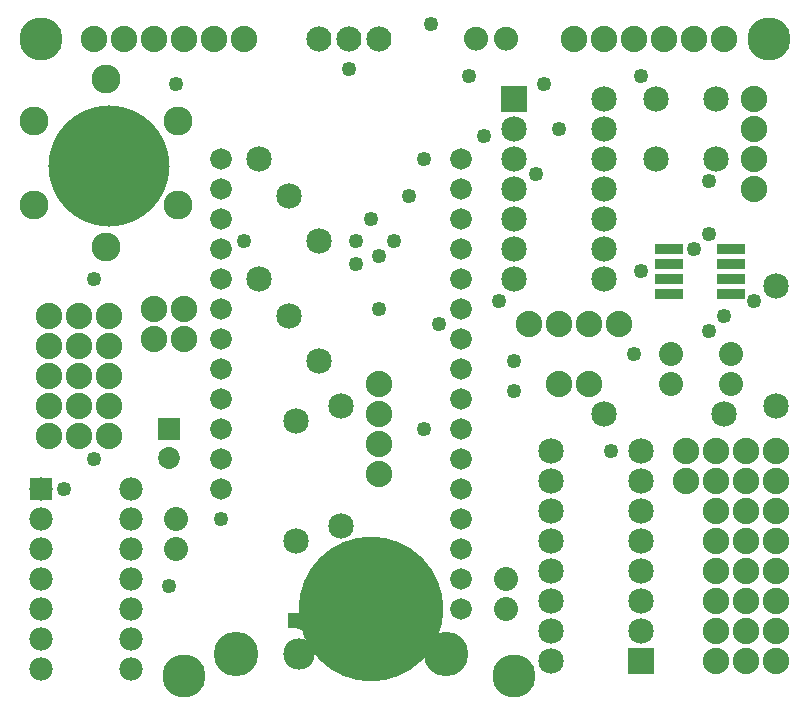
<source format=gts>
G04 MADE WITH FRITZING*
G04 WWW.FRITZING.ORG*
G04 DOUBLE SIDED*
G04 HOLES PLATED*
G04 CONTOUR ON CENTER OF CONTOUR VECTOR*
%ASAXBY*%
%FSLAX23Y23*%
%MOIN*%
%OFA0B0*%
%SFA1.0B1.0*%
%ADD10C,0.049370*%
%ADD11C,0.088000*%
%ADD12C,0.096000*%
%ADD13C,0.085000*%
%ADD14C,0.080000*%
%ADD15C,0.072992*%
%ADD16C,0.084000*%
%ADD17C,0.148425*%
%ADD18C,0.105000*%
%ADD19C,0.061496*%
%ADD20C,0.072000*%
%ADD21C,0.077559*%
%ADD22C,0.143858*%
%ADD23C,0.403700*%
%ADD24C,0.482440*%
%ADD25R,0.097000X0.034000*%
%ADD26R,0.072992X0.072992*%
%ADD27R,0.085000X0.085000*%
%ADD28R,0.077559X0.077559*%
%ADD29C,0.039783*%
%ADD30R,0.001000X0.001000*%
%LNMASK1*%
G90*
G70*
G54D10*
X174Y707D03*
X273Y1407D03*
G54D11*
X273Y2207D03*
X373Y2207D03*
X473Y2207D03*
X573Y2207D03*
X673Y2207D03*
X773Y2207D03*
G54D10*
X1274Y1532D03*
X1998Y833D03*
X2073Y1158D03*
X547Y2058D03*
X773Y1532D03*
G54D12*
X313Y2072D03*
X553Y1932D03*
X313Y1512D03*
X73Y1652D03*
X553Y1652D03*
X73Y1932D03*
G54D10*
X2098Y2082D03*
X1398Y2257D03*
X1148Y1532D03*
X1198Y1607D03*
X1773Y2057D03*
X1524Y2082D03*
X1574Y1883D03*
X1123Y2107D03*
X1823Y1907D03*
X1748Y1757D03*
X2273Y1507D03*
X2373Y1282D03*
X2323Y1557D03*
X2323Y1232D03*
X2098Y1432D03*
X2473Y1332D03*
X2323Y1732D03*
G54D13*
X2373Y957D03*
X1973Y957D03*
X2548Y1382D03*
X2548Y982D03*
G54D14*
X2198Y1157D03*
X2198Y1057D03*
X2398Y1157D03*
X2398Y1057D03*
G54D11*
X2248Y732D03*
X2248Y832D03*
G54D13*
X2148Y1807D03*
X2348Y1807D03*
X2148Y2007D03*
X2348Y2007D03*
X1098Y582D03*
X1098Y982D03*
X948Y532D03*
X948Y932D03*
G54D15*
X523Y907D03*
X523Y809D03*
G54D16*
X1023Y2207D03*
X1123Y2207D03*
X1223Y2207D03*
X1023Y2207D03*
X1123Y2207D03*
X1223Y2207D03*
G54D11*
X123Y1282D03*
X223Y1282D03*
X323Y1282D03*
G54D17*
X1448Y157D03*
G54D18*
X956Y158D03*
G54D19*
X968Y268D03*
G54D20*
X1498Y1807D03*
X1498Y1707D03*
X1498Y1607D03*
X1498Y1507D03*
X1498Y1407D03*
X1498Y1307D03*
X1498Y1207D03*
X1498Y1107D03*
X1498Y1007D03*
G54D17*
X748Y157D03*
G54D20*
X1498Y907D03*
X1498Y807D03*
X1498Y707D03*
X1498Y607D03*
X1498Y507D03*
X1498Y407D03*
X1498Y307D03*
X698Y707D03*
X698Y807D03*
X698Y907D03*
X698Y1007D03*
X698Y1107D03*
X698Y1207D03*
X698Y1307D03*
X698Y1407D03*
X698Y1507D03*
X698Y1607D03*
X698Y1707D03*
X698Y1807D03*
G54D19*
X1228Y268D03*
G54D18*
X1240Y158D03*
G54D10*
X1148Y1457D03*
G54D11*
X1223Y957D03*
X1223Y1057D03*
X1223Y757D03*
X1223Y857D03*
X1923Y1057D03*
X1823Y1057D03*
G54D10*
X1423Y1257D03*
X1223Y1307D03*
X523Y383D03*
X273Y807D03*
G54D11*
X1873Y2207D03*
X1973Y2207D03*
X2073Y2207D03*
X2173Y2207D03*
X2273Y2207D03*
X2373Y2207D03*
X2548Y132D03*
X2548Y232D03*
X2548Y332D03*
X2548Y432D03*
X2548Y532D03*
X2548Y632D03*
X2548Y732D03*
X2548Y832D03*
X2448Y132D03*
X2448Y232D03*
X2448Y332D03*
X2448Y432D03*
X2448Y532D03*
X2448Y632D03*
X2448Y732D03*
X2448Y832D03*
X2348Y132D03*
X2348Y232D03*
X2348Y332D03*
X2348Y432D03*
X2348Y532D03*
X2348Y632D03*
X2348Y732D03*
X2348Y832D03*
X1723Y1257D03*
X1823Y1257D03*
X1923Y1257D03*
X2023Y1257D03*
X2473Y2007D03*
X2473Y1907D03*
X2473Y1807D03*
X2473Y1707D03*
G54D13*
X1673Y2007D03*
X1973Y2007D03*
X1673Y1907D03*
X1973Y1907D03*
X1673Y1807D03*
X1973Y1807D03*
X1673Y1707D03*
X1973Y1707D03*
X1673Y1607D03*
X1973Y1607D03*
X1673Y1507D03*
X1973Y1507D03*
X1673Y1407D03*
X1973Y1407D03*
X2098Y132D03*
X1798Y132D03*
X2098Y232D03*
X1798Y232D03*
X2098Y332D03*
X1798Y332D03*
X2098Y432D03*
X1798Y432D03*
X2098Y532D03*
X1798Y532D03*
X2098Y632D03*
X1798Y632D03*
X2098Y732D03*
X1798Y732D03*
X2098Y832D03*
X1798Y832D03*
G54D14*
X548Y607D03*
X548Y507D03*
X1648Y407D03*
X1648Y307D03*
G54D10*
X1223Y1482D03*
X1373Y1807D03*
X1373Y907D03*
X1323Y1682D03*
X1623Y1332D03*
X1673Y1032D03*
X1673Y1132D03*
G54D13*
X823Y1807D03*
X823Y1407D03*
X923Y1282D03*
X923Y1682D03*
X1023Y1132D03*
X1023Y1532D03*
G54D11*
X573Y1307D03*
X473Y1307D03*
X573Y1207D03*
X473Y1207D03*
G54D21*
X98Y707D03*
X398Y707D03*
X98Y607D03*
X398Y607D03*
X98Y507D03*
X398Y507D03*
X98Y407D03*
X398Y407D03*
X98Y307D03*
X398Y307D03*
X98Y207D03*
X398Y207D03*
X98Y107D03*
X398Y107D03*
G54D11*
X223Y1182D03*
X223Y1082D03*
X223Y982D03*
X223Y882D03*
X123Y1182D03*
X123Y1082D03*
X123Y982D03*
X123Y882D03*
X323Y1182D03*
X323Y1082D03*
X323Y982D03*
X323Y882D03*
G54D22*
X1673Y82D03*
X573Y82D03*
X2523Y2207D03*
X98Y2207D03*
G54D23*
X323Y1782D03*
G54D24*
X1198Y307D03*
G54D10*
X698Y607D03*
G54D25*
X2192Y1507D03*
X2192Y1457D03*
X2192Y1407D03*
X2192Y1357D03*
X2398Y1357D03*
X2398Y1407D03*
X2398Y1457D03*
X2398Y1507D03*
G54D26*
X523Y907D03*
G54D27*
X1673Y2007D03*
X2098Y132D03*
G54D28*
X98Y707D03*
G54D29*
G36*
X924Y190D02*
X989Y190D01*
X989Y125D01*
X924Y125D01*
X924Y190D01*
G37*
D02*
G36*
X1207Y190D02*
X1273Y190D01*
X1273Y125D01*
X1207Y125D01*
X1207Y190D01*
G37*
D02*
G54D30*
X1541Y2247D02*
X1554Y2247D01*
X1641Y2247D02*
X1654Y2247D01*
X1537Y2246D02*
X1558Y2246D01*
X1637Y2246D02*
X1658Y2246D01*
X1534Y2245D02*
X1561Y2245D01*
X1634Y2245D02*
X1661Y2245D01*
X1531Y2244D02*
X1564Y2244D01*
X1631Y2244D02*
X1664Y2244D01*
X1529Y2243D02*
X1566Y2243D01*
X1629Y2243D02*
X1666Y2243D01*
X1528Y2242D02*
X1567Y2242D01*
X1628Y2242D02*
X1667Y2242D01*
X1526Y2241D02*
X1569Y2241D01*
X1626Y2241D02*
X1669Y2241D01*
X1525Y2240D02*
X1570Y2240D01*
X1625Y2240D02*
X1670Y2240D01*
X1523Y2239D02*
X1572Y2239D01*
X1623Y2239D02*
X1672Y2239D01*
X1522Y2238D02*
X1573Y2238D01*
X1622Y2238D02*
X1673Y2238D01*
X1521Y2237D02*
X1574Y2237D01*
X1621Y2237D02*
X1674Y2237D01*
X1520Y2236D02*
X1575Y2236D01*
X1620Y2236D02*
X1675Y2236D01*
X1519Y2235D02*
X1576Y2235D01*
X1619Y2235D02*
X1676Y2235D01*
X1518Y2234D02*
X1577Y2234D01*
X1618Y2234D02*
X1677Y2234D01*
X1517Y2233D02*
X1578Y2233D01*
X1617Y2233D02*
X1678Y2233D01*
X1516Y2232D02*
X1579Y2232D01*
X1616Y2232D02*
X1679Y2232D01*
X1516Y2231D02*
X1579Y2231D01*
X1616Y2231D02*
X1679Y2231D01*
X1515Y2230D02*
X1580Y2230D01*
X1615Y2230D02*
X1680Y2230D01*
X1514Y2229D02*
X1581Y2229D01*
X1614Y2229D02*
X1681Y2229D01*
X1514Y2228D02*
X1581Y2228D01*
X1614Y2228D02*
X1681Y2228D01*
X1513Y2227D02*
X1582Y2227D01*
X1613Y2227D02*
X1682Y2227D01*
X1513Y2226D02*
X1582Y2226D01*
X1612Y2226D02*
X1682Y2226D01*
X1512Y2225D02*
X1583Y2225D01*
X1612Y2225D02*
X1683Y2225D01*
X1512Y2224D02*
X1583Y2224D01*
X1611Y2224D02*
X1683Y2224D01*
X1511Y2223D02*
X1584Y2223D01*
X1611Y2223D02*
X1684Y2223D01*
X1511Y2222D02*
X1584Y2222D01*
X1611Y2222D02*
X1684Y2222D01*
X1510Y2221D02*
X1585Y2221D01*
X1610Y2221D02*
X1685Y2221D01*
X1510Y2220D02*
X1585Y2220D01*
X1610Y2220D02*
X1685Y2220D01*
X1510Y2219D02*
X1585Y2219D01*
X1610Y2219D02*
X1685Y2219D01*
X1509Y2218D02*
X1586Y2218D01*
X1609Y2218D02*
X1686Y2218D01*
X1509Y2217D02*
X1586Y2217D01*
X1609Y2217D02*
X1686Y2217D01*
X1509Y2216D02*
X1586Y2216D01*
X1609Y2216D02*
X1686Y2216D01*
X1509Y2215D02*
X1586Y2215D01*
X1609Y2215D02*
X1686Y2215D01*
X1509Y2214D02*
X1586Y2214D01*
X1609Y2214D02*
X1686Y2214D01*
X1508Y2213D02*
X1587Y2213D01*
X1608Y2213D02*
X1687Y2213D01*
X1508Y2212D02*
X1587Y2212D01*
X1608Y2212D02*
X1687Y2212D01*
X1508Y2211D02*
X1587Y2211D01*
X1608Y2211D02*
X1687Y2211D01*
X1508Y2210D02*
X1587Y2210D01*
X1608Y2210D02*
X1687Y2210D01*
X1508Y2209D02*
X1587Y2209D01*
X1608Y2209D02*
X1687Y2209D01*
X1508Y2208D02*
X1587Y2208D01*
X1608Y2208D02*
X1687Y2208D01*
X1508Y2207D02*
X1587Y2207D01*
X1608Y2207D02*
X1687Y2207D01*
X1508Y2206D02*
X1587Y2206D01*
X1608Y2206D02*
X1687Y2206D01*
X1508Y2205D02*
X1587Y2205D01*
X1608Y2205D02*
X1687Y2205D01*
X1508Y2204D02*
X1587Y2204D01*
X1608Y2204D02*
X1687Y2204D01*
X1508Y2203D02*
X1587Y2203D01*
X1608Y2203D02*
X1687Y2203D01*
X1509Y2202D02*
X1586Y2202D01*
X1609Y2202D02*
X1686Y2202D01*
X1509Y2201D02*
X1586Y2201D01*
X1609Y2201D02*
X1686Y2201D01*
X1509Y2200D02*
X1586Y2200D01*
X1609Y2200D02*
X1686Y2200D01*
X1509Y2199D02*
X1586Y2199D01*
X1609Y2199D02*
X1686Y2199D01*
X1509Y2198D02*
X1586Y2198D01*
X1609Y2198D02*
X1686Y2198D01*
X1510Y2197D02*
X1585Y2197D01*
X1610Y2197D02*
X1685Y2197D01*
X1510Y2196D02*
X1585Y2196D01*
X1610Y2196D02*
X1685Y2196D01*
X1510Y2195D02*
X1585Y2195D01*
X1610Y2195D02*
X1685Y2195D01*
X1510Y2194D02*
X1585Y2194D01*
X1610Y2194D02*
X1685Y2194D01*
X1511Y2193D02*
X1584Y2193D01*
X1611Y2193D02*
X1684Y2193D01*
X1511Y2192D02*
X1584Y2192D01*
X1611Y2192D02*
X1684Y2192D01*
X1512Y2191D02*
X1583Y2191D01*
X1612Y2191D02*
X1683Y2191D01*
X1512Y2190D02*
X1583Y2190D01*
X1612Y2190D02*
X1683Y2190D01*
X1513Y2189D02*
X1582Y2189D01*
X1613Y2189D02*
X1682Y2189D01*
X1513Y2188D02*
X1582Y2188D01*
X1613Y2188D02*
X1682Y2188D01*
X1514Y2187D02*
X1581Y2187D01*
X1614Y2187D02*
X1681Y2187D01*
X1515Y2186D02*
X1580Y2186D01*
X1614Y2186D02*
X1680Y2186D01*
X1515Y2185D02*
X1580Y2185D01*
X1615Y2185D02*
X1680Y2185D01*
X1516Y2184D02*
X1579Y2184D01*
X1616Y2184D02*
X1679Y2184D01*
X1517Y2183D02*
X1578Y2183D01*
X1617Y2183D02*
X1678Y2183D01*
X1517Y2182D02*
X1578Y2182D01*
X1617Y2182D02*
X1678Y2182D01*
X1518Y2181D02*
X1577Y2181D01*
X1618Y2181D02*
X1677Y2181D01*
X1519Y2180D02*
X1576Y2180D01*
X1619Y2180D02*
X1676Y2180D01*
X1520Y2179D02*
X1575Y2179D01*
X1620Y2179D02*
X1675Y2179D01*
X1521Y2178D02*
X1574Y2178D01*
X1621Y2178D02*
X1674Y2178D01*
X1522Y2177D02*
X1573Y2177D01*
X1622Y2177D02*
X1673Y2177D01*
X1524Y2176D02*
X1571Y2176D01*
X1624Y2176D02*
X1671Y2176D01*
X1525Y2175D02*
X1570Y2175D01*
X1625Y2175D02*
X1670Y2175D01*
X1527Y2174D02*
X1568Y2174D01*
X1627Y2174D02*
X1668Y2174D01*
X1528Y2173D02*
X1567Y2173D01*
X1628Y2173D02*
X1667Y2173D01*
X1530Y2172D02*
X1565Y2172D01*
X1630Y2172D02*
X1665Y2172D01*
X1532Y2171D02*
X1563Y2171D01*
X1632Y2171D02*
X1663Y2171D01*
X1535Y2170D02*
X1560Y2170D01*
X1635Y2170D02*
X1660Y2170D01*
X1538Y2169D02*
X1557Y2169D01*
X1638Y2169D02*
X1657Y2169D01*
X1544Y2168D02*
X1551Y2168D01*
X1644Y2168D02*
X1651Y2168D01*
X963Y294D02*
X972Y294D01*
X1223Y294D02*
X1232Y294D01*
X922Y293D02*
X993Y293D01*
X1202Y293D02*
X1273Y293D01*
X922Y292D02*
X993Y292D01*
X1202Y292D02*
X1273Y292D01*
X922Y291D02*
X993Y291D01*
X1202Y291D02*
X1273Y291D01*
X922Y290D02*
X993Y290D01*
X1202Y290D02*
X1273Y290D01*
X922Y289D02*
X993Y289D01*
X1202Y289D02*
X1273Y289D01*
X922Y288D02*
X993Y288D01*
X1202Y288D02*
X1273Y288D01*
X922Y287D02*
X993Y287D01*
X1202Y287D02*
X1273Y287D01*
X922Y286D02*
X993Y286D01*
X1202Y286D02*
X1273Y286D01*
X922Y285D02*
X993Y285D01*
X1202Y285D02*
X1273Y285D01*
X922Y284D02*
X993Y284D01*
X1202Y284D02*
X1273Y284D01*
X922Y283D02*
X962Y283D01*
X974Y283D02*
X993Y283D01*
X1202Y283D02*
X1221Y283D01*
X1234Y283D02*
X1273Y283D01*
X922Y282D02*
X959Y282D01*
X976Y282D02*
X993Y282D01*
X1202Y282D02*
X1219Y282D01*
X1236Y282D02*
X1273Y282D01*
X922Y281D02*
X958Y281D01*
X977Y281D02*
X993Y281D01*
X1202Y281D02*
X1218Y281D01*
X1237Y281D02*
X1273Y281D01*
X922Y280D02*
X957Y280D01*
X979Y280D02*
X993Y280D01*
X1202Y280D02*
X1217Y280D01*
X1238Y280D02*
X1273Y280D01*
X922Y279D02*
X956Y279D01*
X980Y279D02*
X993Y279D01*
X1202Y279D02*
X1216Y279D01*
X1239Y279D02*
X1273Y279D01*
X922Y278D02*
X955Y278D01*
X980Y278D02*
X993Y278D01*
X1202Y278D02*
X1215Y278D01*
X1240Y278D02*
X1273Y278D01*
X922Y277D02*
X954Y277D01*
X981Y277D02*
X993Y277D01*
X1202Y277D02*
X1214Y277D01*
X1241Y277D02*
X1273Y277D01*
X922Y276D02*
X953Y276D01*
X982Y276D02*
X993Y276D01*
X1202Y276D02*
X1213Y276D01*
X1242Y276D02*
X1273Y276D01*
X922Y275D02*
X953Y275D01*
X982Y275D02*
X993Y275D01*
X1202Y275D02*
X1213Y275D01*
X1242Y275D02*
X1273Y275D01*
X922Y274D02*
X952Y274D01*
X983Y274D02*
X993Y274D01*
X1202Y274D02*
X1212Y274D01*
X1243Y274D02*
X1273Y274D01*
X922Y273D02*
X952Y273D01*
X983Y273D02*
X993Y273D01*
X1202Y273D02*
X1212Y273D01*
X1243Y273D02*
X1273Y273D01*
X922Y272D02*
X952Y272D01*
X983Y272D02*
X993Y272D01*
X1202Y272D02*
X1212Y272D01*
X1243Y272D02*
X1273Y272D01*
X922Y271D02*
X952Y271D01*
X984Y271D02*
X993Y271D01*
X1202Y271D02*
X1212Y271D01*
X1243Y271D02*
X1273Y271D01*
X922Y270D02*
X952Y270D01*
X984Y270D02*
X993Y270D01*
X1202Y270D02*
X1212Y270D01*
X1244Y270D02*
X1273Y270D01*
X922Y269D02*
X951Y269D01*
X984Y269D02*
X993Y269D01*
X1202Y269D02*
X1211Y269D01*
X1244Y269D02*
X1273Y269D01*
X922Y268D02*
X951Y268D01*
X984Y268D02*
X993Y268D01*
X1202Y268D02*
X1211Y268D01*
X1244Y268D02*
X1273Y268D01*
X922Y267D02*
X951Y267D01*
X984Y267D02*
X993Y267D01*
X1202Y267D02*
X1212Y267D01*
X1244Y267D02*
X1273Y267D01*
X922Y266D02*
X952Y266D01*
X984Y266D02*
X993Y266D01*
X1202Y266D02*
X1212Y266D01*
X1244Y266D02*
X1273Y266D01*
X922Y265D02*
X952Y265D01*
X983Y265D02*
X993Y265D01*
X1202Y265D02*
X1212Y265D01*
X1243Y265D02*
X1273Y265D01*
X922Y264D02*
X952Y264D01*
X983Y264D02*
X993Y264D01*
X1202Y264D02*
X1212Y264D01*
X1243Y264D02*
X1273Y264D01*
X922Y263D02*
X952Y263D01*
X983Y263D02*
X993Y263D01*
X1202Y263D02*
X1212Y263D01*
X1243Y263D02*
X1273Y263D01*
X922Y262D02*
X953Y262D01*
X983Y262D02*
X993Y262D01*
X1202Y262D02*
X1212Y262D01*
X1242Y262D02*
X1273Y262D01*
X922Y261D02*
X953Y261D01*
X982Y261D02*
X993Y261D01*
X1202Y261D02*
X1213Y261D01*
X1242Y261D02*
X1273Y261D01*
X922Y260D02*
X954Y260D01*
X982Y260D02*
X993Y260D01*
X1202Y260D02*
X1214Y260D01*
X1241Y260D02*
X1273Y260D01*
X922Y259D02*
X954Y259D01*
X981Y259D02*
X993Y259D01*
X1202Y259D02*
X1214Y259D01*
X1241Y259D02*
X1273Y259D01*
X922Y258D02*
X955Y258D01*
X980Y258D02*
X993Y258D01*
X1202Y258D02*
X1215Y258D01*
X1240Y258D02*
X1273Y258D01*
X922Y257D02*
X956Y257D01*
X979Y257D02*
X993Y257D01*
X1202Y257D02*
X1216Y257D01*
X1239Y257D02*
X1273Y257D01*
X922Y256D02*
X957Y256D01*
X978Y256D02*
X993Y256D01*
X1202Y256D02*
X1217Y256D01*
X1238Y256D02*
X1273Y256D01*
X922Y255D02*
X959Y255D01*
X977Y255D02*
X993Y255D01*
X1202Y255D02*
X1218Y255D01*
X1237Y255D02*
X1273Y255D01*
X922Y254D02*
X960Y254D01*
X975Y254D02*
X993Y254D01*
X1202Y254D02*
X1220Y254D01*
X1235Y254D02*
X1273Y254D01*
X922Y253D02*
X963Y253D01*
X972Y253D02*
X993Y253D01*
X1202Y253D02*
X1223Y253D01*
X1232Y253D02*
X1273Y253D01*
X922Y252D02*
X993Y252D01*
X1202Y252D02*
X1273Y252D01*
X922Y251D02*
X993Y251D01*
X1202Y251D02*
X1273Y251D01*
X922Y250D02*
X993Y250D01*
X1202Y250D02*
X1273Y250D01*
X922Y249D02*
X993Y249D01*
X1202Y249D02*
X1273Y249D01*
X922Y248D02*
X993Y248D01*
X1202Y248D02*
X1273Y248D01*
X922Y247D02*
X993Y247D01*
X1202Y247D02*
X1273Y247D01*
X922Y246D02*
X993Y246D01*
X1202Y246D02*
X1273Y246D01*
X922Y245D02*
X993Y245D01*
X1202Y245D02*
X1273Y245D01*
X922Y244D02*
X993Y244D01*
X1202Y244D02*
X1273Y244D01*
X922Y243D02*
X993Y243D01*
X1202Y243D02*
X1273Y243D01*
D02*
G04 End of Mask1*
M02*
</source>
